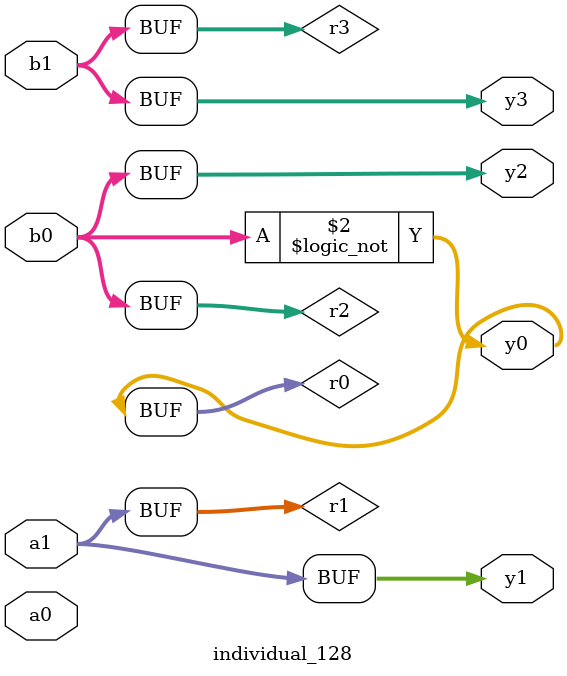
<source format=sv>
module individual_128(input logic [15:0] a1, input logic [15:0] a0, input logic [15:0] b1, input logic [15:0] b0, output logic [15:0] y3, output logic [15:0] y2, output logic [15:0] y1, output logic [15:0] y0);
logic [15:0] r0, r1, r2, r3; 
 always@(*) begin 
	 r0 = a0; r1 = a1; r2 = b0; r3 = b1; 
 	 r0 = ! b0 ;
 	 y3 = r3; y2 = r2; y1 = r1; y0 = r0; 
end
endmodule
</source>
